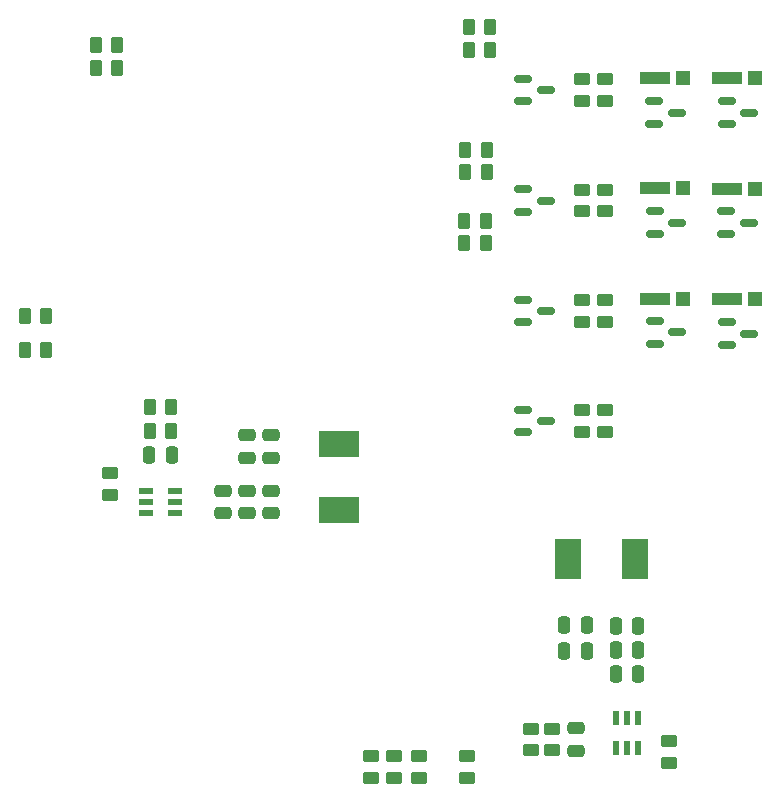
<source format=gbr>
%TF.GenerationSoftware,KiCad,Pcbnew,8.0.2*%
%TF.CreationDate,2024-07-11T10:11:00+02:00*%
%TF.ProjectId,HomeAssistant,486f6d65-4173-4736-9973-74616e742e6b,0.1*%
%TF.SameCoordinates,Original*%
%TF.FileFunction,Paste,Bot*%
%TF.FilePolarity,Positive*%
%FSLAX46Y46*%
G04 Gerber Fmt 4.6, Leading zero omitted, Abs format (unit mm)*
G04 Created by KiCad (PCBNEW 8.0.2) date 2024-07-11 10:11:00*
%MOMM*%
%LPD*%
G01*
G04 APERTURE LIST*
G04 Aperture macros list*
%AMRoundRect*
0 Rectangle with rounded corners*
0 $1 Rounding radius*
0 $2 $3 $4 $5 $6 $7 $8 $9 X,Y pos of 4 corners*
0 Add a 4 corners polygon primitive as box body*
4,1,4,$2,$3,$4,$5,$6,$7,$8,$9,$2,$3,0*
0 Add four circle primitives for the rounded corners*
1,1,$1+$1,$2,$3*
1,1,$1+$1,$4,$5*
1,1,$1+$1,$6,$7*
1,1,$1+$1,$8,$9*
0 Add four rect primitives between the rounded corners*
20,1,$1+$1,$2,$3,$4,$5,0*
20,1,$1+$1,$4,$5,$6,$7,0*
20,1,$1+$1,$6,$7,$8,$9,0*
20,1,$1+$1,$8,$9,$2,$3,0*%
G04 Aperture macros list end*
%ADD10RoundRect,0.250000X0.450000X-0.262500X0.450000X0.262500X-0.450000X0.262500X-0.450000X-0.262500X0*%
%ADD11RoundRect,0.250000X-0.450000X0.262500X-0.450000X-0.262500X0.450000X-0.262500X0.450000X0.262500X0*%
%ADD12RoundRect,0.150000X-0.587500X-0.150000X0.587500X-0.150000X0.587500X0.150000X-0.587500X0.150000X0*%
%ADD13RoundRect,0.250000X-0.250000X-0.475000X0.250000X-0.475000X0.250000X0.475000X-0.250000X0.475000X0*%
%ADD14RoundRect,0.250000X0.250000X0.475000X-0.250000X0.475000X-0.250000X-0.475000X0.250000X-0.475000X0*%
%ADD15RoundRect,0.250000X-0.262500X-0.450000X0.262500X-0.450000X0.262500X0.450000X-0.262500X0.450000X0*%
%ADD16RoundRect,0.041300X-0.253700X0.583700X-0.253700X-0.583700X0.253700X-0.583700X0.253700X0.583700X0*%
%ADD17R,2.616200X1.117600*%
%ADD18R,1.244600X1.244600*%
%ADD19R,3.505200X2.260600*%
%ADD20RoundRect,0.250000X0.475000X-0.250000X0.475000X0.250000X-0.475000X0.250000X-0.475000X-0.250000X0*%
%ADD21RoundRect,0.041300X0.583700X0.253700X-0.583700X0.253700X-0.583700X-0.253700X0.583700X-0.253700X0*%
%ADD22RoundRect,0.250000X-0.475000X0.250000X-0.475000X-0.250000X0.475000X-0.250000X0.475000X0.250000X0*%
%ADD23R,2.260600X3.505200*%
G04 APERTURE END LIST*
D10*
%TO.C,R45*%
X115850000Y-85062500D03*
X115850000Y-83237500D03*
%TD*%
D11*
%TO.C,R20*%
X121200000Y-120587500D03*
X121200000Y-122412500D03*
%TD*%
D12*
%TO.C,D14*%
X108912500Y-85100000D03*
X108912500Y-83200000D03*
X110787500Y-84150000D03*
%TD*%
D13*
%TO.C,C25*%
X112373000Y-112920000D03*
X114273000Y-112920000D03*
%TD*%
D11*
%TO.C,R49*%
X98000000Y-121837500D03*
X98000000Y-123662500D03*
%TD*%
%TO.C,R50*%
X96050000Y-121837500D03*
X96050000Y-123662500D03*
%TD*%
D12*
%TO.C,Q3*%
X126112500Y-68300000D03*
X126112500Y-66400000D03*
X127987500Y-67350000D03*
%TD*%
D14*
%TO.C,C22*%
X118650000Y-112800000D03*
X116750000Y-112800000D03*
%TD*%
D11*
%TO.C,R35*%
X113900000Y-64537500D03*
X113900000Y-66362500D03*
%TD*%
D15*
%TO.C,R2*%
X72687500Y-61600000D03*
X74512500Y-61600000D03*
%TD*%
D11*
%TO.C,R47*%
X104100000Y-121837500D03*
X104100000Y-123662500D03*
%TD*%
D16*
%TO.C,U6*%
X116750000Y-118625500D03*
X117700000Y-118625500D03*
X118650000Y-118625500D03*
X118650000Y-121135500D03*
X117700000Y-121135500D03*
X116750000Y-121135500D03*
%TD*%
D17*
%TO.C,D10*%
X120049100Y-73750000D03*
D18*
X122436700Y-73750000D03*
%TD*%
D12*
%TO.C,Q5*%
X126112500Y-87000000D03*
X126112500Y-85100000D03*
X127987500Y-86050000D03*
%TD*%
D15*
%TO.C,R18*%
X77287500Y-92300000D03*
X79112500Y-92300000D03*
%TD*%
D17*
%TO.C,D6*%
X126149100Y-64450000D03*
D18*
X128536700Y-64450000D03*
%TD*%
D11*
%TO.C,R41*%
X113900000Y-83237500D03*
X113900000Y-85062500D03*
%TD*%
D15*
%TO.C,R32*%
X104287500Y-62000000D03*
X106112500Y-62000000D03*
%TD*%
%TO.C,R31*%
X103887500Y-76500000D03*
X105712500Y-76500000D03*
%TD*%
%TO.C,R33*%
X103987500Y-72400000D03*
X105812500Y-72400000D03*
%TD*%
D12*
%TO.C,Q7*%
X120062500Y-77600000D03*
X120062500Y-75700000D03*
X121937500Y-76650000D03*
%TD*%
D15*
%TO.C,R34*%
X103887500Y-78400000D03*
X105712500Y-78400000D03*
%TD*%
D14*
%TO.C,C24*%
X118650000Y-114832000D03*
X116750000Y-114832000D03*
%TD*%
D13*
%TO.C,C26*%
X112373000Y-110761000D03*
X114273000Y-110761000D03*
%TD*%
D14*
%TO.C,C23*%
X118650000Y-110768000D03*
X116750000Y-110768000D03*
%TD*%
D19*
%TO.C,L1*%
X93280000Y-101023000D03*
X93280000Y-95384200D03*
%TD*%
D20*
%TO.C,C17*%
X85509000Y-101258600D03*
X85509000Y-99358600D03*
%TD*%
D21*
%TO.C,U5*%
X79429500Y-99358600D03*
X79429500Y-100308600D03*
X79429500Y-101258600D03*
X76919500Y-101258600D03*
X76919500Y-100308600D03*
X76919500Y-99358600D03*
%TD*%
D12*
%TO.C,Q8*%
X120062500Y-86900000D03*
X120062500Y-85000000D03*
X121937500Y-85950000D03*
%TD*%
D10*
%TO.C,R17*%
X73900000Y-99712500D03*
X73900000Y-97887500D03*
%TD*%
D17*
%TO.C,D7*%
X126149100Y-73800000D03*
D18*
X128536700Y-73800000D03*
%TD*%
D15*
%TO.C,R51*%
X66687500Y-84600000D03*
X68512500Y-84600000D03*
%TD*%
%TO.C,R3*%
X72687500Y-63600000D03*
X74512500Y-63600000D03*
%TD*%
D10*
%TO.C,R44*%
X115850000Y-75712500D03*
X115850000Y-73887500D03*
%TD*%
%TO.C,R37*%
X115850000Y-66362500D03*
X115850000Y-64537500D03*
%TD*%
%TO.C,R21*%
X109550000Y-121337500D03*
X109550000Y-119512500D03*
%TD*%
D11*
%TO.C,R43*%
X113900000Y-92537500D03*
X113900000Y-94362500D03*
%TD*%
D22*
%TO.C,C20*%
X85480000Y-94653600D03*
X85480000Y-96553600D03*
%TD*%
D12*
%TO.C,D12*%
X108912500Y-66400000D03*
X108912500Y-64500000D03*
X110787500Y-65450000D03*
%TD*%
D17*
%TO.C,D11*%
X120049100Y-83100000D03*
D18*
X122436700Y-83100000D03*
%TD*%
D12*
%TO.C,D15*%
X108912500Y-94400000D03*
X108912500Y-92500000D03*
X110787500Y-93450000D03*
%TD*%
%TO.C,D13*%
X108912500Y-75750000D03*
X108912500Y-73850000D03*
X110787500Y-74800000D03*
%TD*%
D11*
%TO.C,R48*%
X100100000Y-121837500D03*
X100100000Y-123662500D03*
%TD*%
D23*
%TO.C,L2*%
X118342400Y-105120000D03*
X112703600Y-105120000D03*
%TD*%
D10*
%TO.C,R22*%
X111350000Y-121332500D03*
X111350000Y-119507500D03*
%TD*%
D20*
%TO.C,C18*%
X83477000Y-101258600D03*
X83477000Y-99358600D03*
%TD*%
D22*
%TO.C,C19*%
X87512000Y-94653600D03*
X87512000Y-96553600D03*
%TD*%
D11*
%TO.C,R39*%
X113900000Y-73887500D03*
X113900000Y-75712500D03*
%TD*%
D15*
%TO.C,R52*%
X66687500Y-87400000D03*
X68512500Y-87400000D03*
%TD*%
%TO.C,R29*%
X104287500Y-60100000D03*
X106112500Y-60100000D03*
%TD*%
D12*
%TO.C,Q6*%
X120012500Y-68300000D03*
X120012500Y-66400000D03*
X121887500Y-67350000D03*
%TD*%
D17*
%TO.C,D8*%
X126149100Y-83150000D03*
D18*
X128536700Y-83150000D03*
%TD*%
D20*
%TO.C,C16*%
X87541000Y-101258600D03*
X87541000Y-99358600D03*
%TD*%
D15*
%TO.C,R19*%
X77287500Y-94300000D03*
X79112500Y-94300000D03*
%TD*%
D12*
%TO.C,Q4*%
X126099200Y-77600000D03*
X126099200Y-75700000D03*
X127974200Y-76650000D03*
%TD*%
D15*
%TO.C,R30*%
X103987500Y-70500000D03*
X105812500Y-70500000D03*
%TD*%
D17*
%TO.C,D9*%
X120049100Y-64450000D03*
D18*
X122436700Y-64450000D03*
%TD*%
D13*
%TO.C,C15*%
X77250000Y-96300000D03*
X79150000Y-96300000D03*
%TD*%
D10*
%TO.C,R46*%
X115850000Y-94362500D03*
X115850000Y-92537500D03*
%TD*%
D20*
%TO.C,C21*%
X113382000Y-121370000D03*
X113382000Y-119470000D03*
%TD*%
M02*

</source>
